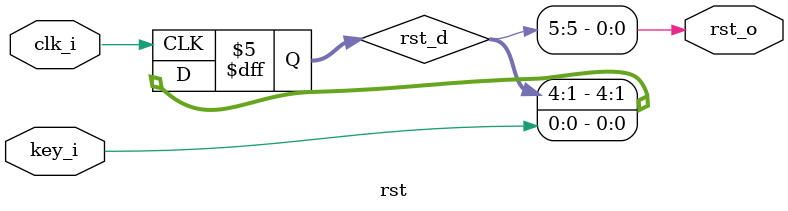
<source format=sv>
module rst #(
  
  parameter RST_DELAY = 5

)(

  input   clk_i,
  input   key_i,

  output  rst_o

);

logic [RST_DELAY:1] rst_d;

always_ff @( posedge clk_i )
  begin
    rst_d[1] <= key_i;
    for ( int i = 2; i <= RST_DELAY; i++)
      rst_d[ i ] <= rst_d[ i - 1 ];
  end

assign rst_o = rst_d[ RST_DELAY ];

endmodule

</source>
